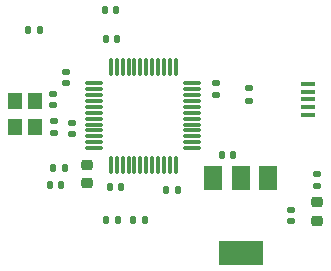
<source format=gbr>
%TF.GenerationSoftware,KiCad,Pcbnew,7.0.2*%
%TF.CreationDate,2023-04-27T00:23:47+05:30*%
%TF.ProjectId,stm32_pcb_design,73746d33-325f-4706-9362-5f6465736967,rev?*%
%TF.SameCoordinates,Original*%
%TF.FileFunction,Paste,Top*%
%TF.FilePolarity,Positive*%
%FSLAX46Y46*%
G04 Gerber Fmt 4.6, Leading zero omitted, Abs format (unit mm)*
G04 Created by KiCad (PCBNEW 7.0.2) date 2023-04-27 00:23:47*
%MOMM*%
%LPD*%
G01*
G04 APERTURE LIST*
G04 Aperture macros list*
%AMRoundRect*
0 Rectangle with rounded corners*
0 $1 Rounding radius*
0 $2 $3 $4 $5 $6 $7 $8 $9 X,Y pos of 4 corners*
0 Add a 4 corners polygon primitive as box body*
4,1,4,$2,$3,$4,$5,$6,$7,$8,$9,$2,$3,0*
0 Add four circle primitives for the rounded corners*
1,1,$1+$1,$2,$3*
1,1,$1+$1,$4,$5*
1,1,$1+$1,$6,$7*
1,1,$1+$1,$8,$9*
0 Add four rect primitives between the rounded corners*
20,1,$1+$1,$2,$3,$4,$5,0*
20,1,$1+$1,$4,$5,$6,$7,0*
20,1,$1+$1,$6,$7,$8,$9,0*
20,1,$1+$1,$8,$9,$2,$3,0*%
G04 Aperture macros list end*
%ADD10RoundRect,0.140000X-0.140000X-0.170000X0.140000X-0.170000X0.140000X0.170000X-0.140000X0.170000X0*%
%ADD11RoundRect,0.140000X-0.170000X0.140000X-0.170000X-0.140000X0.170000X-0.140000X0.170000X0.140000X0*%
%ADD12RoundRect,0.140000X0.140000X0.170000X-0.140000X0.170000X-0.140000X-0.170000X0.140000X-0.170000X0*%
%ADD13R,1.200000X1.400000*%
%ADD14R,1.500000X2.000000*%
%ADD15R,3.800000X2.000000*%
%ADD16RoundRect,0.075000X-0.662500X-0.075000X0.662500X-0.075000X0.662500X0.075000X-0.662500X0.075000X0*%
%ADD17RoundRect,0.075000X-0.075000X-0.662500X0.075000X-0.662500X0.075000X0.662500X-0.075000X0.662500X0*%
%ADD18RoundRect,0.135000X-0.135000X-0.185000X0.135000X-0.185000X0.135000X0.185000X-0.135000X0.185000X0*%
%ADD19RoundRect,0.135000X0.135000X0.185000X-0.135000X0.185000X-0.135000X-0.185000X0.135000X-0.185000X0*%
%ADD20RoundRect,0.135000X0.185000X-0.135000X0.185000X0.135000X-0.185000X0.135000X-0.185000X-0.135000X0*%
%ADD21RoundRect,0.135000X-0.185000X0.135000X-0.185000X-0.135000X0.185000X-0.135000X0.185000X0.135000X0*%
%ADD22R,1.300000X0.450000*%
%ADD23RoundRect,0.218750X-0.256250X0.218750X-0.256250X-0.218750X0.256250X-0.218750X0.256250X0.218750X0*%
%ADD24RoundRect,0.140000X0.170000X-0.140000X0.170000X0.140000X-0.170000X0.140000X-0.170000X-0.140000X0*%
G04 APERTURE END LIST*
D10*
%TO.C,C7*%
X132999600Y-84226400D03*
X133959600Y-84226400D03*
%TD*%
D11*
%TO.C,C6*%
X142300000Y-88020000D03*
X142300000Y-88980000D03*
%TD*%
D12*
%TO.C,C5*%
X139062400Y-97028000D03*
X138102400Y-97028000D03*
%TD*%
D13*
%TO.C,Y1*%
X127000000Y-89500000D03*
X127000000Y-91700000D03*
X125300000Y-91700000D03*
X125300000Y-89500000D03*
%TD*%
D14*
%TO.C,U2*%
X146700000Y-96050000D03*
D15*
X144400000Y-102350000D03*
D14*
X144400000Y-96050000D03*
X142100000Y-96050000D03*
%TD*%
D16*
%TO.C,U1*%
X132000000Y-88000000D03*
X132000000Y-88500000D03*
X132000000Y-89000000D03*
X132000000Y-89500000D03*
X132000000Y-90000000D03*
X132000000Y-90500000D03*
X132000000Y-91000000D03*
X132000000Y-91500000D03*
X132000000Y-92000000D03*
X132000000Y-92500000D03*
X132000000Y-93000000D03*
X132000000Y-93500000D03*
D17*
X133412500Y-94912500D03*
X133912500Y-94912500D03*
X134412500Y-94912500D03*
X134912500Y-94912500D03*
X135412500Y-94912500D03*
X135912500Y-94912500D03*
X136412500Y-94912500D03*
X136912500Y-94912500D03*
X137412500Y-94912500D03*
X137912500Y-94912500D03*
X138412500Y-94912500D03*
X138912500Y-94912500D03*
D16*
X140325000Y-93500000D03*
X140325000Y-93000000D03*
X140325000Y-92500000D03*
X140325000Y-92000000D03*
X140325000Y-91500000D03*
X140325000Y-91000000D03*
X140325000Y-90500000D03*
X140325000Y-90000000D03*
X140325000Y-89500000D03*
X140325000Y-89000000D03*
X140325000Y-88500000D03*
X140325000Y-88000000D03*
D17*
X138912500Y-86587500D03*
X138412500Y-86587500D03*
X137912500Y-86587500D03*
X137412500Y-86587500D03*
X136912500Y-86587500D03*
X136412500Y-86587500D03*
X135912500Y-86587500D03*
X135412500Y-86587500D03*
X134912500Y-86587500D03*
X134412500Y-86587500D03*
X133912500Y-86587500D03*
X133412500Y-86587500D03*
%TD*%
D18*
%TO.C,R5*%
X135290000Y-99600000D03*
X136310000Y-99600000D03*
%TD*%
D19*
%TO.C,R4*%
X134010000Y-99600000D03*
X132990000Y-99600000D03*
%TD*%
D20*
%TO.C,R1*%
X150900000Y-95670000D03*
X150900000Y-96690000D03*
%TD*%
D21*
%TO.C,R3*%
X145084800Y-88442800D03*
X145084800Y-89462800D03*
%TD*%
D18*
%TO.C,R2*%
X127461200Y-83464400D03*
X126441200Y-83464400D03*
%TD*%
D22*
%TO.C,J1*%
X150088600Y-88052600D03*
X150088600Y-88702600D03*
X150088600Y-89352600D03*
X150088600Y-90002600D03*
X150088600Y-90652600D03*
%TD*%
D23*
%TO.C,FB1*%
X131400000Y-94912500D03*
X131400000Y-96487500D03*
%TD*%
%TO.C,D1*%
X150900000Y-99667500D03*
X150900000Y-98092500D03*
%TD*%
D24*
%TO.C,C2*%
X148640800Y-99692400D03*
X148640800Y-98732400D03*
%TD*%
D10*
%TO.C,C1*%
X142826800Y-94107000D03*
X143786800Y-94107000D03*
%TD*%
D11*
%TO.C,C13*%
X128600000Y-91220000D03*
X128600000Y-92180000D03*
%TD*%
D24*
%TO.C,C12*%
X128500000Y-88920000D03*
X128500000Y-89880000D03*
%TD*%
D10*
%TO.C,C11*%
X133320000Y-96800000D03*
X134280000Y-96800000D03*
%TD*%
D12*
%TO.C,C10*%
X128270000Y-96621600D03*
X129230000Y-96621600D03*
%TD*%
%TO.C,C9*%
X129512000Y-95148400D03*
X128552000Y-95148400D03*
%TD*%
D24*
%TO.C,C8*%
X130100000Y-92300000D03*
X130100000Y-91340000D03*
%TD*%
D10*
%TO.C,C3*%
X132900000Y-81800000D03*
X133860000Y-81800000D03*
%TD*%
D24*
%TO.C,C4*%
X129641600Y-88008400D03*
X129641600Y-87048400D03*
%TD*%
M02*

</source>
